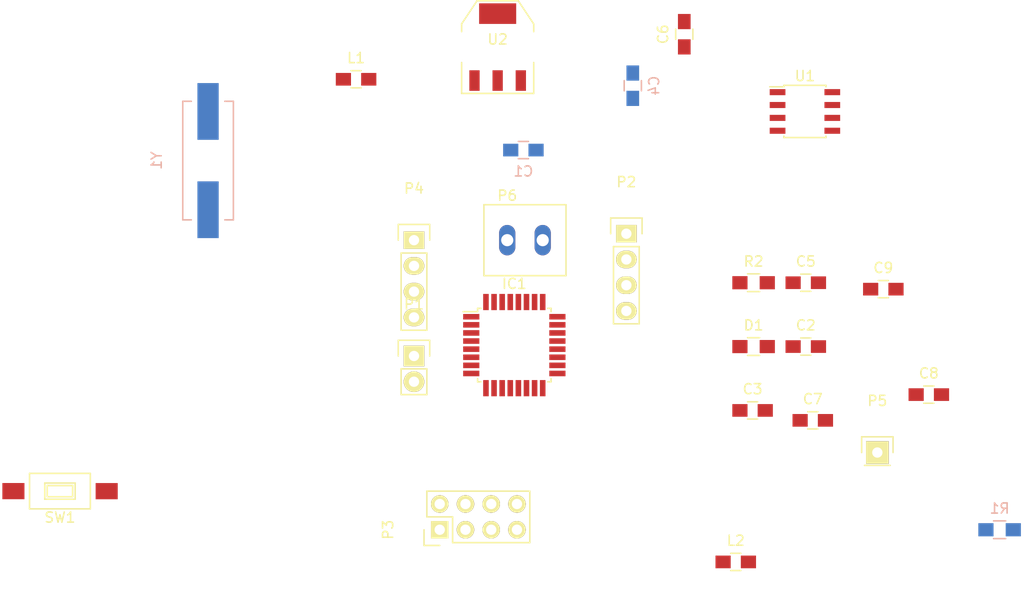
<source format=kicad_pcb>
(kicad_pcb (version 4) (host pcbnew 0.201511300701+6336~38~ubuntu15.04.1-stable)

  (general
    (links 60)
    (no_connects 60)
    (area 124.605 23.66965 204.455001 63.298333)
    (thickness 1.6)
    (drawings 4)
    (tracks 0)
    (zones 0)
    (modules 25)
    (nets 36)
  )

  (page A4)
  (layers
    (0 F.Cu signal)
    (31 B.Cu signal)
    (32 B.Adhes user)
    (33 F.Adhes user)
    (34 B.Paste user)
    (35 F.Paste user)
    (36 B.SilkS user)
    (37 F.SilkS user)
    (38 B.Mask user)
    (39 F.Mask user)
    (40 Dwgs.User user)
    (41 Cmts.User user)
    (42 Eco1.User user)
    (43 Eco2.User user)
    (44 Edge.Cuts user)
    (45 Margin user)
    (46 B.CrtYd user)
    (47 F.CrtYd user)
    (48 B.Fab user)
    (49 F.Fab user)
  )

  (setup
    (last_trace_width 0.25)
    (trace_clearance 0.2)
    (zone_clearance 0.508)
    (zone_45_only no)
    (trace_min 0.2)
    (segment_width 0.2)
    (edge_width 0.15)
    (via_size 0.6)
    (via_drill 0.4)
    (via_min_size 0.4)
    (via_min_drill 0.3)
    (uvia_size 0.3)
    (uvia_drill 0.1)
    (uvias_allowed no)
    (uvia_min_size 0.2)
    (uvia_min_drill 0.1)
    (pcb_text_width 0.3)
    (pcb_text_size 1.5 1.5)
    (mod_edge_width 0.15)
    (mod_text_size 1 1)
    (mod_text_width 0.15)
    (pad_size 1.524 1.524)
    (pad_drill 0.762)
    (pad_to_mask_clearance 0.2)
    (aux_axis_origin 0 0)
    (visible_elements FFFFFF7F)
    (pcbplotparams
      (layerselection 0x00030_80000001)
      (usegerberextensions false)
      (excludeedgelayer true)
      (linewidth 0.100000)
      (plotframeref false)
      (viasonmask false)
      (mode 1)
      (useauxorigin false)
      (hpglpennumber 1)
      (hpglpenspeed 20)
      (hpglpendiameter 15)
      (hpglpenoverlay 2)
      (psnegative false)
      (psa4output false)
      (plotreference true)
      (plotvalue true)
      (plotinvisibletext false)
      (padsonsilk false)
      (subtractmaskfromsilk false)
      (outputformat 1)
      (mirror false)
      (drillshape 1)
      (scaleselection 1)
      (outputdirectory ""))
  )

  (net 0 "")
  (net 1 +3V3)
  (net 2 GND)
  (net 3 "Net-(C2-Pad1)")
  (net 4 "Net-(C3-Pad1)")
  (net 5 "Net-(C4-Pad1)")
  (net 6 "/ATmega328P Controller/~RESET")
  (net 7 "/ATmega328P Controller/USART_DTR")
  (net 8 "Net-(C6-Pad1)")
  (net 9 "Net-(C6-Pad2)")
  (net 10 +BATT)
  (net 11 "Net-(D1-Pad2)")
  (net 12 "/ATmega328P Controller/TRIAC_ACTIVE")
  (net 13 "/ATmega328P Controller/GPO")
  (net 14 "/ATmega328P Controller/GPI")
  (net 15 "Net-(IC1-Pad10)")
  (net 16 "Net-(IC1-Pad11)")
  (net 17 "Net-(IC1-Pad12)")
  (net 18 "Net-(IC1-Pad13)")
  (net 19 "/MAX31855 Temp Sensor/MAX_~CS")
  (net 20 "/ATmega328P Controller/SPI_MOSI")
  (net 21 "/MAX31855 Temp Sensor/MAX_MISO")
  (net 22 "/MAX31855 Temp Sensor/MAX_SCK")
  (net 23 "Net-(IC1-Pad19)")
  (net 24 "Net-(IC1-Pad22)")
  (net 25 "Net-(IC1-Pad23)")
  (net 26 "Net-(IC1-Pad24)")
  (net 27 "Net-(IC1-Pad25)")
  (net 28 "Net-(IC1-Pad26)")
  (net 29 "Net-(IC1-Pad27)")
  (net 30 "Net-(IC1-Pad28)")
  (net 31 "/ATmega328P Controller/USART_RX")
  (net 32 "/ATmega328P Controller/USART_TX")
  (net 33 "/ATmega328P Controller/ZERO_CROSS")
  (net 34 "/MAX31855 Temp Sensor/TC+")
  (net 35 "/MAX31855 Temp Sensor/TC-")

  (net_class Default "This is the default net class."
    (clearance 0.2)
    (trace_width 0.25)
    (via_dia 0.6)
    (via_drill 0.4)
    (uvia_dia 0.3)
    (uvia_drill 0.1)
    (add_net +3V3)
    (add_net +BATT)
    (add_net "/ATmega328P Controller/GPI")
    (add_net "/ATmega328P Controller/GPO")
    (add_net "/ATmega328P Controller/SPI_MOSI")
    (add_net "/ATmega328P Controller/TRIAC_ACTIVE")
    (add_net "/ATmega328P Controller/USART_DTR")
    (add_net "/ATmega328P Controller/USART_RX")
    (add_net "/ATmega328P Controller/USART_TX")
    (add_net "/ATmega328P Controller/ZERO_CROSS")
    (add_net "/ATmega328P Controller/~RESET")
    (add_net "/MAX31855 Temp Sensor/MAX_MISO")
    (add_net "/MAX31855 Temp Sensor/MAX_SCK")
    (add_net "/MAX31855 Temp Sensor/MAX_~CS")
    (add_net "/MAX31855 Temp Sensor/TC+")
    (add_net "/MAX31855 Temp Sensor/TC-")
    (add_net GND)
    (add_net "Net-(C2-Pad1)")
    (add_net "Net-(C3-Pad1)")
    (add_net "Net-(C4-Pad1)")
    (add_net "Net-(C6-Pad1)")
    (add_net "Net-(C6-Pad2)")
    (add_net "Net-(D1-Pad2)")
    (add_net "Net-(IC1-Pad10)")
    (add_net "Net-(IC1-Pad11)")
    (add_net "Net-(IC1-Pad12)")
    (add_net "Net-(IC1-Pad13)")
    (add_net "Net-(IC1-Pad19)")
    (add_net "Net-(IC1-Pad22)")
    (add_net "Net-(IC1-Pad23)")
    (add_net "Net-(IC1-Pad24)")
    (add_net "Net-(IC1-Pad25)")
    (add_net "Net-(IC1-Pad26)")
    (add_net "Net-(IC1-Pad27)")
    (add_net "Net-(IC1-Pad28)")
  )

  (module Capacitors_SMD:C_0805_HandSoldering (layer B.Cu) (tedit 541A9B8D) (tstamp 56540EF7)
    (at 161.925 30.48)
    (descr "Capacitor SMD 0805, hand soldering")
    (tags "capacitor 0805")
    (path /56450DBB/564A2794)
    (attr smd)
    (fp_text reference C1 (at 0 2.1) (layer B.SilkS)
      (effects (font (size 1 1) (thickness 0.15)) (justify mirror))
    )
    (fp_text value 0.1uF (at 0 -2.1) (layer B.Fab)
      (effects (font (size 1 1) (thickness 0.15)) (justify mirror))
    )
    (fp_line (start -2.3 1) (end 2.3 1) (layer B.CrtYd) (width 0.05))
    (fp_line (start -2.3 -1) (end 2.3 -1) (layer B.CrtYd) (width 0.05))
    (fp_line (start -2.3 1) (end -2.3 -1) (layer B.CrtYd) (width 0.05))
    (fp_line (start 2.3 1) (end 2.3 -1) (layer B.CrtYd) (width 0.05))
    (fp_line (start 0.5 0.85) (end -0.5 0.85) (layer B.SilkS) (width 0.15))
    (fp_line (start -0.5 -0.85) (end 0.5 -0.85) (layer B.SilkS) (width 0.15))
    (pad 1 smd rect (at -1.25 0) (size 1.5 1.25) (layers B.Cu B.Paste B.Mask)
      (net 1 +3V3))
    (pad 2 smd rect (at 1.25 0) (size 1.5 1.25) (layers B.Cu B.Paste B.Mask)
      (net 2 GND))
    (model Capacitors_SMD.3dshapes/C_0805_HandSoldering.wrl
      (at (xyz 0 0 0))
      (scale (xyz 1 1 1))
      (rotate (xyz 0 0 0))
    )
  )

  (module Capacitors_SMD:C_0805_HandSoldering (layer F.Cu) (tedit 541A9B8D) (tstamp 56540F03)
    (at 189.790001 49.87)
    (descr "Capacitor SMD 0805, hand soldering")
    (tags "capacitor 0805")
    (path /56450DBB/564A2E83)
    (attr smd)
    (fp_text reference C2 (at 0 -2.1) (layer F.SilkS)
      (effects (font (size 1 1) (thickness 0.15)))
    )
    (fp_text value 18pF (at 0 2.1) (layer F.Fab)
      (effects (font (size 1 1) (thickness 0.15)))
    )
    (fp_line (start -2.3 -1) (end 2.3 -1) (layer F.CrtYd) (width 0.05))
    (fp_line (start -2.3 1) (end 2.3 1) (layer F.CrtYd) (width 0.05))
    (fp_line (start -2.3 -1) (end -2.3 1) (layer F.CrtYd) (width 0.05))
    (fp_line (start 2.3 -1) (end 2.3 1) (layer F.CrtYd) (width 0.05))
    (fp_line (start 0.5 -0.85) (end -0.5 -0.85) (layer F.SilkS) (width 0.15))
    (fp_line (start -0.5 0.85) (end 0.5 0.85) (layer F.SilkS) (width 0.15))
    (pad 1 smd rect (at -1.25 0) (size 1.5 1.25) (layers F.Cu F.Paste F.Mask)
      (net 3 "Net-(C2-Pad1)"))
    (pad 2 smd rect (at 1.25 0) (size 1.5 1.25) (layers F.Cu F.Paste F.Mask)
      (net 2 GND))
    (model Capacitors_SMD.3dshapes/C_0805_HandSoldering.wrl
      (at (xyz 0 0 0))
      (scale (xyz 1 1 1))
      (rotate (xyz 0 0 0))
    )
  )

  (module Capacitors_SMD:C_0805_HandSoldering (layer F.Cu) (tedit 541A9B8D) (tstamp 56540F0F)
    (at 184.540001 56.17)
    (descr "Capacitor SMD 0805, hand soldering")
    (tags "capacitor 0805")
    (path /56450DBB/564A2125)
    (attr smd)
    (fp_text reference C3 (at 0 -2.1) (layer F.SilkS)
      (effects (font (size 1 1) (thickness 0.15)))
    )
    (fp_text value 0.1uF (at 0 2.1) (layer F.Fab)
      (effects (font (size 1 1) (thickness 0.15)))
    )
    (fp_line (start -2.3 -1) (end 2.3 -1) (layer F.CrtYd) (width 0.05))
    (fp_line (start -2.3 1) (end 2.3 1) (layer F.CrtYd) (width 0.05))
    (fp_line (start -2.3 -1) (end -2.3 1) (layer F.CrtYd) (width 0.05))
    (fp_line (start 2.3 -1) (end 2.3 1) (layer F.CrtYd) (width 0.05))
    (fp_line (start 0.5 -0.85) (end -0.5 -0.85) (layer F.SilkS) (width 0.15))
    (fp_line (start -0.5 0.85) (end 0.5 0.85) (layer F.SilkS) (width 0.15))
    (pad 1 smd rect (at -1.25 0) (size 1.5 1.25) (layers F.Cu F.Paste F.Mask)
      (net 4 "Net-(C3-Pad1)"))
    (pad 2 smd rect (at 1.25 0) (size 1.5 1.25) (layers F.Cu F.Paste F.Mask)
      (net 2 GND))
    (model Capacitors_SMD.3dshapes/C_0805_HandSoldering.wrl
      (at (xyz 0 0 0))
      (scale (xyz 1 1 1))
      (rotate (xyz 0 0 0))
    )
  )

  (module Capacitors_SMD:C_0805_HandSoldering (layer B.Cu) (tedit 541A9B8D) (tstamp 56540F1B)
    (at 172.72 24.13 90)
    (descr "Capacitor SMD 0805, hand soldering")
    (tags "capacitor 0805")
    (path /56450DBB/564A33AB)
    (attr smd)
    (fp_text reference C4 (at 0 2.1 90) (layer B.SilkS)
      (effects (font (size 1 1) (thickness 0.15)) (justify mirror))
    )
    (fp_text value 18pF (at 0 -2.1 90) (layer B.Fab)
      (effects (font (size 1 1) (thickness 0.15)) (justify mirror))
    )
    (fp_line (start -2.3 1) (end 2.3 1) (layer B.CrtYd) (width 0.05))
    (fp_line (start -2.3 -1) (end 2.3 -1) (layer B.CrtYd) (width 0.05))
    (fp_line (start -2.3 1) (end -2.3 -1) (layer B.CrtYd) (width 0.05))
    (fp_line (start 2.3 1) (end 2.3 -1) (layer B.CrtYd) (width 0.05))
    (fp_line (start 0.5 0.85) (end -0.5 0.85) (layer B.SilkS) (width 0.15))
    (fp_line (start -0.5 -0.85) (end 0.5 -0.85) (layer B.SilkS) (width 0.15))
    (pad 1 smd rect (at -1.25 0 90) (size 1.5 1.25) (layers B.Cu B.Paste B.Mask)
      (net 5 "Net-(C4-Pad1)"))
    (pad 2 smd rect (at 1.25 0 90) (size 1.5 1.25) (layers B.Cu B.Paste B.Mask)
      (net 2 GND))
    (model Capacitors_SMD.3dshapes/C_0805_HandSoldering.wrl
      (at (xyz 0 0 0))
      (scale (xyz 1 1 1))
      (rotate (xyz 0 0 0))
    )
  )

  (module Capacitors_SMD:C_0805_HandSoldering (layer F.Cu) (tedit 541A9B8D) (tstamp 56540F27)
    (at 189.790001 43.57)
    (descr "Capacitor SMD 0805, hand soldering")
    (tags "capacitor 0805")
    (path /56450DBB/564B00F4)
    (attr smd)
    (fp_text reference C5 (at 0 -2.1) (layer F.SilkS)
      (effects (font (size 1 1) (thickness 0.15)))
    )
    (fp_text value 0.1uF (at 0 2.1) (layer F.Fab)
      (effects (font (size 1 1) (thickness 0.15)))
    )
    (fp_line (start -2.3 -1) (end 2.3 -1) (layer F.CrtYd) (width 0.05))
    (fp_line (start -2.3 1) (end 2.3 1) (layer F.CrtYd) (width 0.05))
    (fp_line (start -2.3 -1) (end -2.3 1) (layer F.CrtYd) (width 0.05))
    (fp_line (start 2.3 -1) (end 2.3 1) (layer F.CrtYd) (width 0.05))
    (fp_line (start 0.5 -0.85) (end -0.5 -0.85) (layer F.SilkS) (width 0.15))
    (fp_line (start -0.5 0.85) (end 0.5 0.85) (layer F.SilkS) (width 0.15))
    (pad 1 smd rect (at -1.25 0) (size 1.5 1.25) (layers F.Cu F.Paste F.Mask)
      (net 6 "/ATmega328P Controller/~RESET"))
    (pad 2 smd rect (at 1.25 0) (size 1.5 1.25) (layers F.Cu F.Paste F.Mask)
      (net 7 "/ATmega328P Controller/USART_DTR"))
    (model Capacitors_SMD.3dshapes/C_0805_HandSoldering.wrl
      (at (xyz 0 0 0))
      (scale (xyz 1 1 1))
      (rotate (xyz 0 0 0))
    )
  )

  (module Capacitors_SMD:C_0805_HandSoldering (layer F.Cu) (tedit 541A9B8D) (tstamp 56540F33)
    (at 177.8 19.05 90)
    (descr "Capacitor SMD 0805, hand soldering")
    (tags "capacitor 0805")
    (path /56450D3A/564BAB96)
    (attr smd)
    (fp_text reference C6 (at 0 -2.1 90) (layer F.SilkS)
      (effects (font (size 1 1) (thickness 0.15)))
    )
    (fp_text value 10nF (at 0 2.1 90) (layer F.Fab)
      (effects (font (size 1 1) (thickness 0.15)))
    )
    (fp_line (start -2.3 -1) (end 2.3 -1) (layer F.CrtYd) (width 0.05))
    (fp_line (start -2.3 1) (end 2.3 1) (layer F.CrtYd) (width 0.05))
    (fp_line (start -2.3 -1) (end -2.3 1) (layer F.CrtYd) (width 0.05))
    (fp_line (start 2.3 -1) (end 2.3 1) (layer F.CrtYd) (width 0.05))
    (fp_line (start 0.5 -0.85) (end -0.5 -0.85) (layer F.SilkS) (width 0.15))
    (fp_line (start -0.5 0.85) (end 0.5 0.85) (layer F.SilkS) (width 0.15))
    (pad 1 smd rect (at -1.25 0 90) (size 1.5 1.25) (layers F.Cu F.Paste F.Mask)
      (net 8 "Net-(C6-Pad1)"))
    (pad 2 smd rect (at 1.25 0 90) (size 1.5 1.25) (layers F.Cu F.Paste F.Mask)
      (net 9 "Net-(C6-Pad2)"))
    (model Capacitors_SMD.3dshapes/C_0805_HandSoldering.wrl
      (at (xyz 0 0 0))
      (scale (xyz 1 1 1))
      (rotate (xyz 0 0 0))
    )
  )

  (module Capacitors_SMD:C_0805_HandSoldering (layer F.Cu) (tedit 541A9B8D) (tstamp 56540F3F)
    (at 190.48 57.15)
    (descr "Capacitor SMD 0805, hand soldering")
    (tags "capacitor 0805")
    (path /56450D3A/564BB456)
    (attr smd)
    (fp_text reference C7 (at 0 -2.1) (layer F.SilkS)
      (effects (font (size 1 1) (thickness 0.15)))
    )
    (fp_text value 0.1uF (at 0 2.1) (layer F.Fab)
      (effects (font (size 1 1) (thickness 0.15)))
    )
    (fp_line (start -2.3 -1) (end 2.3 -1) (layer F.CrtYd) (width 0.05))
    (fp_line (start -2.3 1) (end 2.3 1) (layer F.CrtYd) (width 0.05))
    (fp_line (start -2.3 -1) (end -2.3 1) (layer F.CrtYd) (width 0.05))
    (fp_line (start 2.3 -1) (end 2.3 1) (layer F.CrtYd) (width 0.05))
    (fp_line (start 0.5 -0.85) (end -0.5 -0.85) (layer F.SilkS) (width 0.15))
    (fp_line (start -0.5 0.85) (end 0.5 0.85) (layer F.SilkS) (width 0.15))
    (pad 1 smd rect (at -1.25 0) (size 1.5 1.25) (layers F.Cu F.Paste F.Mask)
      (net 1 +3V3))
    (pad 2 smd rect (at 1.25 0) (size 1.5 1.25) (layers F.Cu F.Paste F.Mask)
      (net 2 GND))
    (model Capacitors_SMD.3dshapes/C_0805_HandSoldering.wrl
      (at (xyz 0 0 0))
      (scale (xyz 1 1 1))
      (rotate (xyz 0 0 0))
    )
  )

  (module Capacitors_SMD:C_0805_HandSoldering (layer F.Cu) (tedit 541A9B8D) (tstamp 56540F4B)
    (at 201.93 54.61)
    (descr "Capacitor SMD 0805, hand soldering")
    (tags "capacitor 0805")
    (path /564DC657/564E0063)
    (attr smd)
    (fp_text reference C8 (at 0 -2.1) (layer F.SilkS)
      (effects (font (size 1 1) (thickness 0.15)))
    )
    (fp_text value 4.7uF (at 0 2.1) (layer F.Fab)
      (effects (font (size 1 1) (thickness 0.15)))
    )
    (fp_line (start -2.3 -1) (end 2.3 -1) (layer F.CrtYd) (width 0.05))
    (fp_line (start -2.3 1) (end 2.3 1) (layer F.CrtYd) (width 0.05))
    (fp_line (start -2.3 -1) (end -2.3 1) (layer F.CrtYd) (width 0.05))
    (fp_line (start 2.3 -1) (end 2.3 1) (layer F.CrtYd) (width 0.05))
    (fp_line (start 0.5 -0.85) (end -0.5 -0.85) (layer F.SilkS) (width 0.15))
    (fp_line (start -0.5 0.85) (end 0.5 0.85) (layer F.SilkS) (width 0.15))
    (pad 1 smd rect (at -1.25 0) (size 1.5 1.25) (layers F.Cu F.Paste F.Mask)
      (net 10 +BATT))
    (pad 2 smd rect (at 1.25 0) (size 1.5 1.25) (layers F.Cu F.Paste F.Mask)
      (net 2 GND))
    (model Capacitors_SMD.3dshapes/C_0805_HandSoldering.wrl
      (at (xyz 0 0 0))
      (scale (xyz 1 1 1))
      (rotate (xyz 0 0 0))
    )
  )

  (module Capacitors_SMD:C_0805_HandSoldering (layer F.Cu) (tedit 541A9B8D) (tstamp 56540F57)
    (at 197.440001 44.205)
    (descr "Capacitor SMD 0805, hand soldering")
    (tags "capacitor 0805")
    (path /564DC657/564DFFBA)
    (attr smd)
    (fp_text reference C9 (at 0 -2.1) (layer F.SilkS)
      (effects (font (size 1 1) (thickness 0.15)))
    )
    (fp_text value 4.7uF (at 0 2.1) (layer F.Fab)
      (effects (font (size 1 1) (thickness 0.15)))
    )
    (fp_line (start -2.3 -1) (end 2.3 -1) (layer F.CrtYd) (width 0.05))
    (fp_line (start -2.3 1) (end 2.3 1) (layer F.CrtYd) (width 0.05))
    (fp_line (start -2.3 -1) (end -2.3 1) (layer F.CrtYd) (width 0.05))
    (fp_line (start 2.3 -1) (end 2.3 1) (layer F.CrtYd) (width 0.05))
    (fp_line (start 0.5 -0.85) (end -0.5 -0.85) (layer F.SilkS) (width 0.15))
    (fp_line (start -0.5 0.85) (end 0.5 0.85) (layer F.SilkS) (width 0.15))
    (pad 1 smd rect (at -1.25 0) (size 1.5 1.25) (layers F.Cu F.Paste F.Mask)
      (net 1 +3V3))
    (pad 2 smd rect (at 1.25 0) (size 1.5 1.25) (layers F.Cu F.Paste F.Mask)
      (net 2 GND))
    (model Capacitors_SMD.3dshapes/C_0805_HandSoldering.wrl
      (at (xyz 0 0 0))
      (scale (xyz 1 1 1))
      (rotate (xyz 0 0 0))
    )
  )

  (module Resistors_SMD:R_0805_HandSoldering (layer F.Cu) (tedit 54189DEE) (tstamp 56540F5D)
    (at 184.640001 49.87)
    (descr "Resistor SMD 0805, hand soldering")
    (tags "resistor 0805")
    (path /56450DBB/564A5320)
    (attr smd)
    (fp_text reference D1 (at 0 -2.1) (layer F.SilkS)
      (effects (font (size 1 1) (thickness 0.15)))
    )
    (fp_text value GRN (at 0 2.1) (layer F.Fab)
      (effects (font (size 1 1) (thickness 0.15)))
    )
    (fp_line (start -2.4 -1) (end 2.4 -1) (layer F.CrtYd) (width 0.05))
    (fp_line (start -2.4 1) (end 2.4 1) (layer F.CrtYd) (width 0.05))
    (fp_line (start -2.4 -1) (end -2.4 1) (layer F.CrtYd) (width 0.05))
    (fp_line (start 2.4 -1) (end 2.4 1) (layer F.CrtYd) (width 0.05))
    (fp_line (start 0.6 0.875) (end -0.6 0.875) (layer F.SilkS) (width 0.15))
    (fp_line (start -0.6 -0.875) (end 0.6 -0.875) (layer F.SilkS) (width 0.15))
    (pad 1 smd rect (at -1.35 0) (size 1.5 1.3) (layers F.Cu F.Paste F.Mask)
      (net 2 GND))
    (pad 2 smd rect (at 1.35 0) (size 1.5 1.3) (layers F.Cu F.Paste F.Mask)
      (net 11 "Net-(D1-Pad2)"))
    (model Resistors_SMD.3dshapes/R_0805_HandSoldering.wrl
      (at (xyz 0 0 0))
      (scale (xyz 1 1 1))
      (rotate (xyz 0 0 0))
    )
  )

  (module Housings_QFP:TQFP-32_7x7mm_Pitch0.8mm (layer F.Cu) (tedit 54130A77) (tstamp 56540F8E)
    (at 161.03 49.725)
    (descr "32-Lead Plastic Thin Quad Flatpack (PT) - 7x7x1.0 mm Body, 2.00 mm [TQFP] (see Microchip Packaging Specification 00000049BS.pdf)")
    (tags "QFP 0.8")
    (path /56450DBB/5654C37A)
    (attr smd)
    (fp_text reference IC1 (at 0 -6.05) (layer F.SilkS)
      (effects (font (size 1 1) (thickness 0.15)))
    )
    (fp_text value ATMEGA328P-A (at 0 6.05) (layer F.Fab)
      (effects (font (size 1 1) (thickness 0.15)))
    )
    (fp_line (start -5.3 -5.3) (end -5.3 5.3) (layer F.CrtYd) (width 0.05))
    (fp_line (start 5.3 -5.3) (end 5.3 5.3) (layer F.CrtYd) (width 0.05))
    (fp_line (start -5.3 -5.3) (end 5.3 -5.3) (layer F.CrtYd) (width 0.05))
    (fp_line (start -5.3 5.3) (end 5.3 5.3) (layer F.CrtYd) (width 0.05))
    (fp_line (start -3.625 -3.625) (end -3.625 -3.3) (layer F.SilkS) (width 0.15))
    (fp_line (start 3.625 -3.625) (end 3.625 -3.3) (layer F.SilkS) (width 0.15))
    (fp_line (start 3.625 3.625) (end 3.625 3.3) (layer F.SilkS) (width 0.15))
    (fp_line (start -3.625 3.625) (end -3.625 3.3) (layer F.SilkS) (width 0.15))
    (fp_line (start -3.625 -3.625) (end -3.3 -3.625) (layer F.SilkS) (width 0.15))
    (fp_line (start -3.625 3.625) (end -3.3 3.625) (layer F.SilkS) (width 0.15))
    (fp_line (start 3.625 3.625) (end 3.3 3.625) (layer F.SilkS) (width 0.15))
    (fp_line (start 3.625 -3.625) (end 3.3 -3.625) (layer F.SilkS) (width 0.15))
    (fp_line (start -3.625 -3.3) (end -5.05 -3.3) (layer F.SilkS) (width 0.15))
    (pad 1 smd rect (at -4.25 -2.8) (size 1.6 0.55) (layers F.Cu F.Paste F.Mask)
      (net 12 "/ATmega328P Controller/TRIAC_ACTIVE"))
    (pad 2 smd rect (at -4.25 -2) (size 1.6 0.55) (layers F.Cu F.Paste F.Mask)
      (net 13 "/ATmega328P Controller/GPO"))
    (pad 3 smd rect (at -4.25 -1.2) (size 1.6 0.55) (layers F.Cu F.Paste F.Mask)
      (net 2 GND))
    (pad 4 smd rect (at -4.25 -0.4) (size 1.6 0.55) (layers F.Cu F.Paste F.Mask)
      (net 1 +3V3))
    (pad 5 smd rect (at -4.25 0.4) (size 1.6 0.55) (layers F.Cu F.Paste F.Mask)
      (net 2 GND))
    (pad 6 smd rect (at -4.25 1.2) (size 1.6 0.55) (layers F.Cu F.Paste F.Mask)
      (net 1 +3V3))
    (pad 7 smd rect (at -4.25 2) (size 1.6 0.55) (layers F.Cu F.Paste F.Mask)
      (net 3 "Net-(C2-Pad1)"))
    (pad 8 smd rect (at -4.25 2.8) (size 1.6 0.55) (layers F.Cu F.Paste F.Mask)
      (net 5 "Net-(C4-Pad1)"))
    (pad 9 smd rect (at -2.8 4.25 90) (size 1.6 0.55) (layers F.Cu F.Paste F.Mask)
      (net 14 "/ATmega328P Controller/GPI"))
    (pad 10 smd rect (at -2 4.25 90) (size 1.6 0.55) (layers F.Cu F.Paste F.Mask)
      (net 15 "Net-(IC1-Pad10)"))
    (pad 11 smd rect (at -1.2 4.25 90) (size 1.6 0.55) (layers F.Cu F.Paste F.Mask)
      (net 16 "Net-(IC1-Pad11)"))
    (pad 12 smd rect (at -0.4 4.25 90) (size 1.6 0.55) (layers F.Cu F.Paste F.Mask)
      (net 17 "Net-(IC1-Pad12)"))
    (pad 13 smd rect (at 0.4 4.25 90) (size 1.6 0.55) (layers F.Cu F.Paste F.Mask)
      (net 18 "Net-(IC1-Pad13)"))
    (pad 14 smd rect (at 1.2 4.25 90) (size 1.6 0.55) (layers F.Cu F.Paste F.Mask)
      (net 19 "/MAX31855 Temp Sensor/MAX_~CS"))
    (pad 15 smd rect (at 2 4.25 90) (size 1.6 0.55) (layers F.Cu F.Paste F.Mask)
      (net 20 "/ATmega328P Controller/SPI_MOSI"))
    (pad 16 smd rect (at 2.8 4.25 90) (size 1.6 0.55) (layers F.Cu F.Paste F.Mask)
      (net 21 "/MAX31855 Temp Sensor/MAX_MISO"))
    (pad 17 smd rect (at 4.25 2.8) (size 1.6 0.55) (layers F.Cu F.Paste F.Mask)
      (net 22 "/MAX31855 Temp Sensor/MAX_SCK"))
    (pad 18 smd rect (at 4.25 2) (size 1.6 0.55) (layers F.Cu F.Paste F.Mask)
      (net 1 +3V3))
    (pad 19 smd rect (at 4.25 1.2) (size 1.6 0.55) (layers F.Cu F.Paste F.Mask)
      (net 23 "Net-(IC1-Pad19)"))
    (pad 20 smd rect (at 4.25 0.4) (size 1.6 0.55) (layers F.Cu F.Paste F.Mask)
      (net 4 "Net-(C3-Pad1)"))
    (pad 21 smd rect (at 4.25 -0.4) (size 1.6 0.55) (layers F.Cu F.Paste F.Mask)
      (net 2 GND))
    (pad 22 smd rect (at 4.25 -1.2) (size 1.6 0.55) (layers F.Cu F.Paste F.Mask)
      (net 24 "Net-(IC1-Pad22)"))
    (pad 23 smd rect (at 4.25 -2) (size 1.6 0.55) (layers F.Cu F.Paste F.Mask)
      (net 25 "Net-(IC1-Pad23)"))
    (pad 24 smd rect (at 4.25 -2.8) (size 1.6 0.55) (layers F.Cu F.Paste F.Mask)
      (net 26 "Net-(IC1-Pad24)"))
    (pad 25 smd rect (at 2.8 -4.25 90) (size 1.6 0.55) (layers F.Cu F.Paste F.Mask)
      (net 27 "Net-(IC1-Pad25)"))
    (pad 26 smd rect (at 2 -4.25 90) (size 1.6 0.55) (layers F.Cu F.Paste F.Mask)
      (net 28 "Net-(IC1-Pad26)"))
    (pad 27 smd rect (at 1.2 -4.25 90) (size 1.6 0.55) (layers F.Cu F.Paste F.Mask)
      (net 29 "Net-(IC1-Pad27)"))
    (pad 28 smd rect (at 0.4 -4.25 90) (size 1.6 0.55) (layers F.Cu F.Paste F.Mask)
      (net 30 "Net-(IC1-Pad28)"))
    (pad 29 smd rect (at -0.4 -4.25 90) (size 1.6 0.55) (layers F.Cu F.Paste F.Mask)
      (net 6 "/ATmega328P Controller/~RESET"))
    (pad 30 smd rect (at -1.2 -4.25 90) (size 1.6 0.55) (layers F.Cu F.Paste F.Mask)
      (net 31 "/ATmega328P Controller/USART_RX"))
    (pad 31 smd rect (at -2 -4.25 90) (size 1.6 0.55) (layers F.Cu F.Paste F.Mask)
      (net 32 "/ATmega328P Controller/USART_TX"))
    (pad 32 smd rect (at -2.8 -4.25 90) (size 1.6 0.55) (layers F.Cu F.Paste F.Mask)
      (net 33 "/ATmega328P Controller/ZERO_CROSS"))
    (model Housings_QFP.3dshapes/TQFP-32_7x7mm_Pitch0.8mm.wrl
      (at (xyz 0 0 0))
      (scale (xyz 1 1 1))
      (rotate (xyz 0 0 0))
    )
  )

  (module Capacitors_SMD:C_0805_HandSoldering (layer F.Cu) (tedit 541A9B8D) (tstamp 56540F9A)
    (at 145.415 23.495)
    (descr "Capacitor SMD 0805, hand soldering")
    (tags "capacitor 0805")
    (path /56450D3A/564BAB3D)
    (attr smd)
    (fp_text reference L1 (at 0 -2.1) (layer F.SilkS)
      (effects (font (size 1 1) (thickness 0.15)))
    )
    (fp_text value INDUCTOR (at 0 2.1) (layer F.Fab)
      (effects (font (size 1 1) (thickness 0.15)))
    )
    (fp_line (start -2.3 -1) (end 2.3 -1) (layer F.CrtYd) (width 0.05))
    (fp_line (start -2.3 1) (end 2.3 1) (layer F.CrtYd) (width 0.05))
    (fp_line (start -2.3 -1) (end -2.3 1) (layer F.CrtYd) (width 0.05))
    (fp_line (start 2.3 -1) (end 2.3 1) (layer F.CrtYd) (width 0.05))
    (fp_line (start 0.5 -0.85) (end -0.5 -0.85) (layer F.SilkS) (width 0.15))
    (fp_line (start -0.5 0.85) (end 0.5 0.85) (layer F.SilkS) (width 0.15))
    (pad 1 smd rect (at -1.25 0) (size 1.5 1.25) (layers F.Cu F.Paste F.Mask)
      (net 8 "Net-(C6-Pad1)"))
    (pad 2 smd rect (at 1.25 0) (size 1.5 1.25) (layers F.Cu F.Paste F.Mask)
      (net 34 "/MAX31855 Temp Sensor/TC+"))
    (model Capacitors_SMD.3dshapes/C_0805_HandSoldering.wrl
      (at (xyz 0 0 0))
      (scale (xyz 1 1 1))
      (rotate (xyz 0 0 0))
    )
  )

  (module Capacitors_SMD:C_0805_HandSoldering (layer F.Cu) (tedit 541A9B8D) (tstamp 56540FA6)
    (at 182.88 71.12)
    (descr "Capacitor SMD 0805, hand soldering")
    (tags "capacitor 0805")
    (path /56450D3A/564BB062)
    (attr smd)
    (fp_text reference L2 (at 0 -2.1) (layer F.SilkS)
      (effects (font (size 1 1) (thickness 0.15)))
    )
    (fp_text value INDUCTOR (at 0 2.1) (layer F.Fab)
      (effects (font (size 1 1) (thickness 0.15)))
    )
    (fp_line (start -2.3 -1) (end 2.3 -1) (layer F.CrtYd) (width 0.05))
    (fp_line (start -2.3 1) (end 2.3 1) (layer F.CrtYd) (width 0.05))
    (fp_line (start -2.3 -1) (end -2.3 1) (layer F.CrtYd) (width 0.05))
    (fp_line (start 2.3 -1) (end 2.3 1) (layer F.CrtYd) (width 0.05))
    (fp_line (start 0.5 -0.85) (end -0.5 -0.85) (layer F.SilkS) (width 0.15))
    (fp_line (start -0.5 0.85) (end 0.5 0.85) (layer F.SilkS) (width 0.15))
    (pad 1 smd rect (at -1.25 0) (size 1.5 1.25) (layers F.Cu F.Paste F.Mask)
      (net 9 "Net-(C6-Pad2)"))
    (pad 2 smd rect (at 1.25 0) (size 1.5 1.25) (layers F.Cu F.Paste F.Mask)
      (net 35 "/MAX31855 Temp Sensor/TC-"))
    (model Capacitors_SMD.3dshapes/C_0805_HandSoldering.wrl
      (at (xyz 0 0 0))
      (scale (xyz 1 1 1))
      (rotate (xyz 0 0 0))
    )
  )

  (module Pin_Headers:Pin_Header_Straight_1x02 (layer F.Cu) (tedit 54EA090C) (tstamp 56540FB7)
    (at 151.13 50.8)
    (descr "Through hole pin header")
    (tags "pin header")
    (path /564D65A7)
    (fp_text reference P1 (at 0 -5.1) (layer F.SilkS)
      (effects (font (size 1 1) (thickness 0.15)))
    )
    (fp_text value ICSP_POWER (at 0 -3.1) (layer F.Fab)
      (effects (font (size 1 1) (thickness 0.15)))
    )
    (fp_line (start 1.27 1.27) (end 1.27 3.81) (layer F.SilkS) (width 0.15))
    (fp_line (start 1.55 -1.55) (end 1.55 0) (layer F.SilkS) (width 0.15))
    (fp_line (start -1.75 -1.75) (end -1.75 4.3) (layer F.CrtYd) (width 0.05))
    (fp_line (start 1.75 -1.75) (end 1.75 4.3) (layer F.CrtYd) (width 0.05))
    (fp_line (start -1.75 -1.75) (end 1.75 -1.75) (layer F.CrtYd) (width 0.05))
    (fp_line (start -1.75 4.3) (end 1.75 4.3) (layer F.CrtYd) (width 0.05))
    (fp_line (start 1.27 1.27) (end -1.27 1.27) (layer F.SilkS) (width 0.15))
    (fp_line (start -1.55 0) (end -1.55 -1.55) (layer F.SilkS) (width 0.15))
    (fp_line (start -1.55 -1.55) (end 1.55 -1.55) (layer F.SilkS) (width 0.15))
    (fp_line (start -1.27 1.27) (end -1.27 3.81) (layer F.SilkS) (width 0.15))
    (fp_line (start -1.27 3.81) (end 1.27 3.81) (layer F.SilkS) (width 0.15))
    (pad 1 thru_hole rect (at 0 0) (size 2.032 2.032) (drill 1.016) (layers *.Cu *.Mask F.SilkS)
      (net 1 +3V3))
    (pad 2 thru_hole oval (at 0 2.54) (size 2.032 2.032) (drill 1.016) (layers *.Cu *.Mask F.SilkS)
      (net 2 GND))
    (model Pin_Headers.3dshapes/Pin_Header_Straight_1x02.wrl
      (at (xyz 0 -0.05 0))
      (scale (xyz 1 1 1))
      (rotate (xyz 0 0 90))
    )
  )

  (module Pin_Headers:Pin_Header_Straight_1x04 (layer F.Cu) (tedit 0) (tstamp 56540FCA)
    (at 172.085 38.735)
    (descr "Through hole pin header")
    (tags "pin header")
    (path /56450F83)
    (fp_text reference P2 (at 0 -5.1) (layer F.SilkS)
      (effects (font (size 1 1) (thickness 0.15)))
    )
    (fp_text value OVEN_GPIO (at 0 -3.1) (layer F.Fab)
      (effects (font (size 1 1) (thickness 0.15)))
    )
    (fp_line (start -1.75 -1.75) (end -1.75 9.4) (layer F.CrtYd) (width 0.05))
    (fp_line (start 1.75 -1.75) (end 1.75 9.4) (layer F.CrtYd) (width 0.05))
    (fp_line (start -1.75 -1.75) (end 1.75 -1.75) (layer F.CrtYd) (width 0.05))
    (fp_line (start -1.75 9.4) (end 1.75 9.4) (layer F.CrtYd) (width 0.05))
    (fp_line (start -1.27 1.27) (end -1.27 8.89) (layer F.SilkS) (width 0.15))
    (fp_line (start 1.27 1.27) (end 1.27 8.89) (layer F.SilkS) (width 0.15))
    (fp_line (start 1.55 -1.55) (end 1.55 0) (layer F.SilkS) (width 0.15))
    (fp_line (start -1.27 8.89) (end 1.27 8.89) (layer F.SilkS) (width 0.15))
    (fp_line (start 1.27 1.27) (end -1.27 1.27) (layer F.SilkS) (width 0.15))
    (fp_line (start -1.55 0) (end -1.55 -1.55) (layer F.SilkS) (width 0.15))
    (fp_line (start -1.55 -1.55) (end 1.55 -1.55) (layer F.SilkS) (width 0.15))
    (pad 1 thru_hole rect (at 0 0) (size 2.032 1.7272) (drill 1.016) (layers *.Cu *.Mask F.SilkS)
      (net 2 GND))
    (pad 2 thru_hole oval (at 0 2.54) (size 2.032 1.7272) (drill 1.016) (layers *.Cu *.Mask F.SilkS)
      (net 1 +3V3))
    (pad 3 thru_hole oval (at 0 5.08) (size 2.032 1.7272) (drill 1.016) (layers *.Cu *.Mask F.SilkS)
      (net 33 "/ATmega328P Controller/ZERO_CROSS"))
    (pad 4 thru_hole oval (at 0 7.62) (size 2.032 1.7272) (drill 1.016) (layers *.Cu *.Mask F.SilkS)
      (net 12 "/ATmega328P Controller/TRIAC_ACTIVE"))
    (model Pin_Headers.3dshapes/Pin_Header_Straight_1x04.wrl
      (at (xyz 0 -0.15 0))
      (scale (xyz 1 1 1))
      (rotate (xyz 0 0 90))
    )
  )

  (module Pin_Headers:Pin_Header_Straight_2x04 (layer F.Cu) (tedit 0) (tstamp 56540FE2)
    (at 153.67 67.945 90)
    (descr "Through hole pin header")
    (tags "pin header")
    (path /56450EE0)
    (fp_text reference P3 (at 0 -5.1 90) (layer F.SilkS)
      (effects (font (size 1 1) (thickness 0.15)))
    )
    (fp_text value ESP8266 (at 0 -3.1 90) (layer F.Fab)
      (effects (font (size 1 1) (thickness 0.15)))
    )
    (fp_line (start -1.75 -1.75) (end -1.75 9.4) (layer F.CrtYd) (width 0.05))
    (fp_line (start 4.3 -1.75) (end 4.3 9.4) (layer F.CrtYd) (width 0.05))
    (fp_line (start -1.75 -1.75) (end 4.3 -1.75) (layer F.CrtYd) (width 0.05))
    (fp_line (start -1.75 9.4) (end 4.3 9.4) (layer F.CrtYd) (width 0.05))
    (fp_line (start -1.27 1.27) (end -1.27 8.89) (layer F.SilkS) (width 0.15))
    (fp_line (start -1.27 8.89) (end 3.81 8.89) (layer F.SilkS) (width 0.15))
    (fp_line (start 3.81 8.89) (end 3.81 -1.27) (layer F.SilkS) (width 0.15))
    (fp_line (start 3.81 -1.27) (end 1.27 -1.27) (layer F.SilkS) (width 0.15))
    (fp_line (start 0 -1.55) (end -1.55 -1.55) (layer F.SilkS) (width 0.15))
    (fp_line (start 1.27 -1.27) (end 1.27 1.27) (layer F.SilkS) (width 0.15))
    (fp_line (start 1.27 1.27) (end -1.27 1.27) (layer F.SilkS) (width 0.15))
    (fp_line (start -1.55 -1.55) (end -1.55 0) (layer F.SilkS) (width 0.15))
    (pad 1 thru_hole rect (at 0 0 90) (size 1.7272 1.7272) (drill 1.016) (layers *.Cu *.Mask F.SilkS)
      (net 31 "/ATmega328P Controller/USART_RX"))
    (pad 2 thru_hole oval (at 2.54 0 90) (size 1.7272 1.7272) (drill 1.016) (layers *.Cu *.Mask F.SilkS)
      (net 2 GND))
    (pad 3 thru_hole oval (at 0 2.54 90) (size 1.7272 1.7272) (drill 1.016) (layers *.Cu *.Mask F.SilkS)
      (net 1 +3V3))
    (pad 4 thru_hole oval (at 2.54 2.54 90) (size 1.7272 1.7272) (drill 1.016) (layers *.Cu *.Mask F.SilkS)
      (net 13 "/ATmega328P Controller/GPO"))
    (pad 5 thru_hole oval (at 0 5.08 90) (size 1.7272 1.7272) (drill 1.016) (layers *.Cu *.Mask F.SilkS)
      (net 6 "/ATmega328P Controller/~RESET"))
    (pad 6 thru_hole oval (at 2.54 5.08 90) (size 1.7272 1.7272) (drill 1.016) (layers *.Cu *.Mask F.SilkS)
      (net 14 "/ATmega328P Controller/GPI"))
    (pad 7 thru_hole oval (at 0 7.62 90) (size 1.7272 1.7272) (drill 1.016) (layers *.Cu *.Mask F.SilkS)
      (net 1 +3V3))
    (pad 8 thru_hole oval (at 2.54 7.62 90) (size 1.7272 1.7272) (drill 1.016) (layers *.Cu *.Mask F.SilkS)
      (net 32 "/ATmega328P Controller/USART_TX"))
    (model Pin_Headers.3dshapes/Pin_Header_Straight_2x04.wrl
      (at (xyz 0.05 -0.15 0))
      (scale (xyz 1 1 1))
      (rotate (xyz 0 0 90))
    )
  )

  (module Pin_Headers:Pin_Header_Straight_1x04 (layer F.Cu) (tedit 0) (tstamp 56540FF5)
    (at 151.13 39.37)
    (descr "Through hole pin header")
    (tags "pin header")
    (path /564D2DE5)
    (fp_text reference P4 (at 0 -5.1) (layer F.SilkS)
      (effects (font (size 1 1) (thickness 0.15)))
    )
    (fp_text value ICSP (at 0 -3.1) (layer F.Fab)
      (effects (font (size 1 1) (thickness 0.15)))
    )
    (fp_line (start -1.75 -1.75) (end -1.75 9.4) (layer F.CrtYd) (width 0.05))
    (fp_line (start 1.75 -1.75) (end 1.75 9.4) (layer F.CrtYd) (width 0.05))
    (fp_line (start -1.75 -1.75) (end 1.75 -1.75) (layer F.CrtYd) (width 0.05))
    (fp_line (start -1.75 9.4) (end 1.75 9.4) (layer F.CrtYd) (width 0.05))
    (fp_line (start -1.27 1.27) (end -1.27 8.89) (layer F.SilkS) (width 0.15))
    (fp_line (start 1.27 1.27) (end 1.27 8.89) (layer F.SilkS) (width 0.15))
    (fp_line (start 1.55 -1.55) (end 1.55 0) (layer F.SilkS) (width 0.15))
    (fp_line (start -1.27 8.89) (end 1.27 8.89) (layer F.SilkS) (width 0.15))
    (fp_line (start 1.27 1.27) (end -1.27 1.27) (layer F.SilkS) (width 0.15))
    (fp_line (start -1.55 0) (end -1.55 -1.55) (layer F.SilkS) (width 0.15))
    (fp_line (start -1.55 -1.55) (end 1.55 -1.55) (layer F.SilkS) (width 0.15))
    (pad 1 thru_hole rect (at 0 0) (size 2.032 1.7272) (drill 1.016) (layers *.Cu *.Mask F.SilkS)
      (net 6 "/ATmega328P Controller/~RESET"))
    (pad 2 thru_hole oval (at 0 2.54) (size 2.032 1.7272) (drill 1.016) (layers *.Cu *.Mask F.SilkS)
      (net 20 "/ATmega328P Controller/SPI_MOSI"))
    (pad 3 thru_hole oval (at 0 5.08) (size 2.032 1.7272) (drill 1.016) (layers *.Cu *.Mask F.SilkS)
      (net 21 "/MAX31855 Temp Sensor/MAX_MISO"))
    (pad 4 thru_hole oval (at 0 7.62) (size 2.032 1.7272) (drill 1.016) (layers *.Cu *.Mask F.SilkS)
      (net 22 "/MAX31855 Temp Sensor/MAX_SCK"))
    (model Pin_Headers.3dshapes/Pin_Header_Straight_1x04.wrl
      (at (xyz 0 -0.15 0))
      (scale (xyz 1 1 1))
      (rotate (xyz 0 0 90))
    )
  )

  (module Pin_Headers:Pin_Header_Straight_1x01 (layer F.Cu) (tedit 54EA08DC) (tstamp 56541002)
    (at 196.85 60.325)
    (descr "Through hole pin header")
    (tags "pin header")
    (path /564C66D5)
    (fp_text reference P5 (at 0 -5.1) (layer F.SilkS)
      (effects (font (size 1 1) (thickness 0.15)))
    )
    (fp_text value DTR (at 0 -3.1) (layer F.Fab)
      (effects (font (size 1 1) (thickness 0.15)))
    )
    (fp_line (start 1.55 -1.55) (end 1.55 0) (layer F.SilkS) (width 0.15))
    (fp_line (start -1.75 -1.75) (end -1.75 1.75) (layer F.CrtYd) (width 0.05))
    (fp_line (start 1.75 -1.75) (end 1.75 1.75) (layer F.CrtYd) (width 0.05))
    (fp_line (start -1.75 -1.75) (end 1.75 -1.75) (layer F.CrtYd) (width 0.05))
    (fp_line (start -1.75 1.75) (end 1.75 1.75) (layer F.CrtYd) (width 0.05))
    (fp_line (start -1.55 0) (end -1.55 -1.55) (layer F.SilkS) (width 0.15))
    (fp_line (start -1.55 -1.55) (end 1.55 -1.55) (layer F.SilkS) (width 0.15))
    (fp_line (start -1.27 1.27) (end 1.27 1.27) (layer F.SilkS) (width 0.15))
    (pad 1 thru_hole rect (at 0 0) (size 2.2352 2.2352) (drill 1.016) (layers *.Cu *.Mask F.SilkS)
      (net 7 "/ATmega328P Controller/USART_DTR"))
    (model Pin_Headers.3dshapes/Pin_Header_Straight_1x01.wrl
      (at (xyz 0 0 0))
      (scale (xyz 1 1 1))
      (rotate (xyz 0 0 90))
    )
  )

  (module tc-conns:OSTTE020104 (layer F.Cu) (tedit 5581125C) (tstamp 5654100C)
    (at 160.33 39.37)
    (descr OSTTE020164)
    (path /5653B1E8)
    (attr virtual)
    (fp_text reference P6 (at 0 -4.4) (layer F.SilkS)
      (effects (font (size 1 1) (thickness 0.15)))
    )
    (fp_text value TC_CONN (at 1.55 4.45) (layer F.Fab)
      (effects (font (size 1 1) (thickness 0.15)))
    )
    (fp_line (start -2.3 3.5) (end 5.8 3.5) (layer F.SilkS) (width 0.15))
    (fp_line (start -2.3 -3.5) (end 5.8 -3.5) (layer F.SilkS) (width 0.15))
    (fp_line (start -2.3 -3.5) (end -2.3 3.5) (layer F.SilkS) (width 0.15))
    (fp_line (start 5.8 -3.5) (end 5.8 3.5) (layer F.SilkS) (width 0.15))
    (pad 2 thru_hole oval (at 3.5 0) (size 1.6 3) (drill 1.2) (layers *.Cu *.Mask)
      (net 34 "/MAX31855 Temp Sensor/TC+"))
    (pad 1 thru_hole oval (at 0 0) (size 1.6 3) (drill 1.2) (layers *.Cu *.Mask)
      (net 35 "/MAX31855 Temp Sensor/TC-"))
  )

  (module Resistors_SMD:R_0805_HandSoldering (layer B.Cu) (tedit 54189DEE) (tstamp 56541012)
    (at 208.915 67.945 180)
    (descr "Resistor SMD 0805, hand soldering")
    (tags "resistor 0805")
    (path /56450DBB/564A52CE)
    (attr smd)
    (fp_text reference R1 (at 0 2.1 180) (layer B.SilkS)
      (effects (font (size 1 1) (thickness 0.15)) (justify mirror))
    )
    (fp_text value 330 (at 0 -2.1 180) (layer B.Fab)
      (effects (font (size 1 1) (thickness 0.15)) (justify mirror))
    )
    (fp_line (start -2.4 1) (end 2.4 1) (layer B.CrtYd) (width 0.05))
    (fp_line (start -2.4 -1) (end 2.4 -1) (layer B.CrtYd) (width 0.05))
    (fp_line (start -2.4 1) (end -2.4 -1) (layer B.CrtYd) (width 0.05))
    (fp_line (start 2.4 1) (end 2.4 -1) (layer B.CrtYd) (width 0.05))
    (fp_line (start 0.6 -0.875) (end -0.6 -0.875) (layer B.SilkS) (width 0.15))
    (fp_line (start -0.6 0.875) (end 0.6 0.875) (layer B.SilkS) (width 0.15))
    (pad 1 smd rect (at -1.35 0 180) (size 1.5 1.3) (layers B.Cu B.Paste B.Mask)
      (net 22 "/MAX31855 Temp Sensor/MAX_SCK"))
    (pad 2 smd rect (at 1.35 0 180) (size 1.5 1.3) (layers B.Cu B.Paste B.Mask)
      (net 11 "Net-(D1-Pad2)"))
    (model Resistors_SMD.3dshapes/R_0805_HandSoldering.wrl
      (at (xyz 0 0 0))
      (scale (xyz 1 1 1))
      (rotate (xyz 0 0 0))
    )
  )

  (module Resistors_SMD:R_0805_HandSoldering (layer F.Cu) (tedit 54189DEE) (tstamp 56541018)
    (at 184.640001 43.57)
    (descr "Resistor SMD 0805, hand soldering")
    (tags "resistor 0805")
    (path /56450DBB/564AFFEA)
    (attr smd)
    (fp_text reference R2 (at 0 -2.1) (layer F.SilkS)
      (effects (font (size 1 1) (thickness 0.15)))
    )
    (fp_text value 10K (at 0 2.1) (layer F.Fab)
      (effects (font (size 1 1) (thickness 0.15)))
    )
    (fp_line (start -2.4 -1) (end 2.4 -1) (layer F.CrtYd) (width 0.05))
    (fp_line (start -2.4 1) (end 2.4 1) (layer F.CrtYd) (width 0.05))
    (fp_line (start -2.4 -1) (end -2.4 1) (layer F.CrtYd) (width 0.05))
    (fp_line (start 2.4 -1) (end 2.4 1) (layer F.CrtYd) (width 0.05))
    (fp_line (start 0.6 0.875) (end -0.6 0.875) (layer F.SilkS) (width 0.15))
    (fp_line (start -0.6 -0.875) (end 0.6 -0.875) (layer F.SilkS) (width 0.15))
    (pad 1 smd rect (at -1.35 0) (size 1.5 1.3) (layers F.Cu F.Paste F.Mask)
      (net 1 +3V3))
    (pad 2 smd rect (at 1.35 0) (size 1.5 1.3) (layers F.Cu F.Paste F.Mask)
      (net 6 "/ATmega328P Controller/~RESET"))
    (model Resistors_SMD.3dshapes/R_0805_HandSoldering.wrl
      (at (xyz 0 0 0))
      (scale (xyz 1 1 1))
      (rotate (xyz 0 0 0))
    )
  )

  (module Buttons_Switches_SMD:SW_SPST_FSMSM (layer F.Cu) (tedit 555C8B1B) (tstamp 5654102E)
    (at 116.205 64.135 180)
    (descr http://www.te.com/commerce/DocumentDelivery/DDEController?Action=srchrtrv&DocNm=1437566-3&DocType=Customer+Drawing&DocLang=English)
    (tags "SPST button tactile switch")
    (path /56450DBB/564AFF35)
    (attr smd)
    (fp_text reference SW1 (at 0.01011 -2.60022 180) (layer F.SilkS)
      (effects (font (size 1 1) (thickness 0.15)))
    )
    (fp_text value SW_PUSH (at 0.01011 -0.00022 180) (layer F.Fab)
      (effects (font (size 1 1) (thickness 0.15)))
    )
    (fp_line (start -1.23989 -0.55022) (end 1.26011 -0.55022) (layer F.SilkS) (width 0.15))
    (fp_line (start 1.26011 -0.55022) (end 1.26011 0.54978) (layer F.SilkS) (width 0.15))
    (fp_line (start 1.26011 0.54978) (end -1.23989 0.54978) (layer F.SilkS) (width 0.15))
    (fp_line (start -1.23989 0.54978) (end -1.23989 -0.55022) (layer F.SilkS) (width 0.15))
    (fp_line (start -1.48989 0.79978) (end 1.51011 0.79978) (layer F.SilkS) (width 0.15))
    (fp_line (start -1.48989 -0.80022) (end 1.51011 -0.80022) (layer F.SilkS) (width 0.15))
    (fp_line (start 1.51011 -0.80022) (end 1.51011 0.79978) (layer F.SilkS) (width 0.15))
    (fp_line (start -1.48989 -0.80022) (end -1.48989 0.79978) (layer F.SilkS) (width 0.15))
    (fp_line (start -5.85 1.95) (end 5.9 1.95) (layer F.CrtYd) (width 0.05))
    (fp_line (start 5.9 -2) (end 5.9 1.95) (layer F.CrtYd) (width 0.05))
    (fp_line (start -2.98989 1.74978) (end 3.01011 1.74978) (layer F.SilkS) (width 0.15))
    (fp_line (start -2.98989 -1.75022) (end 3.01011 -1.75022) (layer F.SilkS) (width 0.15))
    (fp_line (start -2.98989 -1.75022) (end -2.98989 1.74978) (layer F.SilkS) (width 0.15))
    (fp_line (start 3.01011 -1.75022) (end 3.01011 1.74978) (layer F.SilkS) (width 0.15))
    (fp_line (start -5.85 -2) (end -5.85 1.95) (layer F.CrtYd) (width 0.05))
    (fp_line (start -5.85 -2) (end 5.9 -2) (layer F.CrtYd) (width 0.05))
    (pad 1 smd rect (at -4.60243 -0.00232 180) (size 2.18 1.6) (layers F.Cu F.Paste F.Mask)
      (net 6 "/ATmega328P Controller/~RESET"))
    (pad 2 smd rect (at 4.60243 0.00232 180) (size 2.18 1.6) (layers F.Cu F.Paste F.Mask)
      (net 2 GND))
  )

  (module Housings_SOIC:SOIC-8_3.9x4.9mm_Pitch1.27mm (layer F.Cu) (tedit 54130A77) (tstamp 56541045)
    (at 189.705 26.67)
    (descr "8-Lead Plastic Small Outline (SN) - Narrow, 3.90 mm Body [SOIC] (see Microchip Packaging Specification 00000049BS.pdf)")
    (tags "SOIC 1.27")
    (path /56450D3A/56450D43)
    (attr smd)
    (fp_text reference U1 (at 0 -3.5) (layer F.SilkS)
      (effects (font (size 1 1) (thickness 0.15)))
    )
    (fp_text value MAX31855KASA (at 0 3.5) (layer F.Fab)
      (effects (font (size 1 1) (thickness 0.15)))
    )
    (fp_line (start -3.75 -2.75) (end -3.75 2.75) (layer F.CrtYd) (width 0.05))
    (fp_line (start 3.75 -2.75) (end 3.75 2.75) (layer F.CrtYd) (width 0.05))
    (fp_line (start -3.75 -2.75) (end 3.75 -2.75) (layer F.CrtYd) (width 0.05))
    (fp_line (start -3.75 2.75) (end 3.75 2.75) (layer F.CrtYd) (width 0.05))
    (fp_line (start -2.075 -2.575) (end -2.075 -2.43) (layer F.SilkS) (width 0.15))
    (fp_line (start 2.075 -2.575) (end 2.075 -2.43) (layer F.SilkS) (width 0.15))
    (fp_line (start 2.075 2.575) (end 2.075 2.43) (layer F.SilkS) (width 0.15))
    (fp_line (start -2.075 2.575) (end -2.075 2.43) (layer F.SilkS) (width 0.15))
    (fp_line (start -2.075 -2.575) (end 2.075 -2.575) (layer F.SilkS) (width 0.15))
    (fp_line (start -2.075 2.575) (end 2.075 2.575) (layer F.SilkS) (width 0.15))
    (fp_line (start -2.075 -2.43) (end -3.475 -2.43) (layer F.SilkS) (width 0.15))
    (pad 1 smd rect (at -2.7 -1.905) (size 1.55 0.6) (layers F.Cu F.Paste F.Mask)
      (net 2 GND))
    (pad 2 smd rect (at -2.7 -0.635) (size 1.55 0.6) (layers F.Cu F.Paste F.Mask)
      (net 9 "Net-(C6-Pad2)"))
    (pad 3 smd rect (at -2.7 0.635) (size 1.55 0.6) (layers F.Cu F.Paste F.Mask)
      (net 8 "Net-(C6-Pad1)"))
    (pad 4 smd rect (at -2.7 1.905) (size 1.55 0.6) (layers F.Cu F.Paste F.Mask)
      (net 1 +3V3))
    (pad 5 smd rect (at 2.7 1.905) (size 1.55 0.6) (layers F.Cu F.Paste F.Mask)
      (net 22 "/MAX31855 Temp Sensor/MAX_SCK"))
    (pad 6 smd rect (at 2.7 0.635) (size 1.55 0.6) (layers F.Cu F.Paste F.Mask)
      (net 19 "/MAX31855 Temp Sensor/MAX_~CS"))
    (pad 7 smd rect (at 2.7 -0.635) (size 1.55 0.6) (layers F.Cu F.Paste F.Mask)
      (net 21 "/MAX31855 Temp Sensor/MAX_MISO"))
    (pad 8 smd rect (at 2.7 -1.905) (size 1.55 0.6) (layers F.Cu F.Paste F.Mask))
    (model Housings_SOIC.3dshapes/SOIC-8_3.9x4.9mm_Pitch1.27mm.wrl
      (at (xyz 0 0 0))
      (scale (xyz 1 1 1))
      (rotate (xyz 0 0 0))
    )
  )

  (module TO_SOT_Packages_SMD:SOT-223 (layer F.Cu) (tedit 0) (tstamp 56541055)
    (at 159.385 20.32)
    (descr "module CMS SOT223 4 pins")
    (tags "CMS SOT")
    (path /564DC657/5653FBCC)
    (attr smd)
    (fp_text reference U2 (at 0 -0.762) (layer F.SilkS)
      (effects (font (size 1 1) (thickness 0.15)))
    )
    (fp_text value AP2114H-3.3TRG1 (at 0 0.762) (layer F.Fab)
      (effects (font (size 1 1) (thickness 0.15)))
    )
    (fp_line (start -3.556 1.524) (end -3.556 4.572) (layer F.SilkS) (width 0.15))
    (fp_line (start -3.556 4.572) (end 3.556 4.572) (layer F.SilkS) (width 0.15))
    (fp_line (start 3.556 4.572) (end 3.556 1.524) (layer F.SilkS) (width 0.15))
    (fp_line (start -3.556 -1.524) (end -3.556 -2.286) (layer F.SilkS) (width 0.15))
    (fp_line (start -3.556 -2.286) (end -2.032 -4.572) (layer F.SilkS) (width 0.15))
    (fp_line (start -2.032 -4.572) (end 2.032 -4.572) (layer F.SilkS) (width 0.15))
    (fp_line (start 2.032 -4.572) (end 3.556 -2.286) (layer F.SilkS) (width 0.15))
    (fp_line (start 3.556 -2.286) (end 3.556 -1.524) (layer F.SilkS) (width 0.15))
    (pad 4 smd rect (at 0 -3.302) (size 3.6576 2.032) (layers F.Cu F.Paste F.Mask))
    (pad 2 smd rect (at 0 3.302) (size 1.016 2.032) (layers F.Cu F.Paste F.Mask)
      (net 1 +3V3))
    (pad 3 smd rect (at 2.286 3.302) (size 1.016 2.032) (layers F.Cu F.Paste F.Mask)
      (net 10 +BATT))
    (pad 1 smd rect (at -2.286 3.302) (size 1.016 2.032) (layers F.Cu F.Paste F.Mask)
      (net 2 GND))
    (model TO_SOT_Packages_SMD.3dshapes/SOT-223.wrl
      (at (xyz 0 0 0))
      (scale (xyz 0.4 0.4 0.4))
      (rotate (xyz 0 0 0))
    )
  )

  (module Crystals:Crystal_HC49-SD_SMD (layer B.Cu) (tedit 0) (tstamp 56541064)
    (at 130.81 31.51886 270)
    (descr "Crystal, Quarz, HC49-SD, SMD,")
    (tags "Crystal, Quarz, HC49-SD, SMD,")
    (path /56450DBB/564A2978)
    (attr smd)
    (fp_text reference Y1 (at 0 5.08 270) (layer B.SilkS)
      (effects (font (size 1 1) (thickness 0.15)) (justify mirror))
    )
    (fp_text value 8MHz (at 2.54 -5.08 270) (layer B.Fab)
      (effects (font (size 1 1) (thickness 0.15)) (justify mirror))
    )
    (fp_circle (center 0 0) (end 0.8509 0) (layer B.Adhes) (width 0.381))
    (fp_circle (center 0 0) (end 0.50038 0) (layer B.Adhes) (width 0.381))
    (fp_circle (center 0 0) (end 0.14986 -0.0508) (layer B.Adhes) (width 0.381))
    (fp_line (start -5.84962 -2.49936) (end 5.84962 -2.49936) (layer B.SilkS) (width 0.15))
    (fp_line (start 5.84962 2.49936) (end -5.84962 2.49936) (layer B.SilkS) (width 0.15))
    (fp_line (start 5.84962 -2.49936) (end 5.84962 -1.651) (layer B.SilkS) (width 0.15))
    (fp_line (start 5.84962 2.49936) (end 5.84962 1.651) (layer B.SilkS) (width 0.15))
    (fp_line (start -5.84962 -2.49936) (end -5.84962 -1.651) (layer B.SilkS) (width 0.15))
    (fp_line (start -5.84962 2.49936) (end -5.84962 1.651) (layer B.SilkS) (width 0.15))
    (pad 1 smd rect (at -4.84886 0 270) (size 5.6007 2.10058) (layers B.Cu B.Paste B.Mask)
      (net 5 "Net-(C4-Pad1)"))
    (pad 2 smd rect (at 4.84886 0 270) (size 5.6007 2.10058) (layers B.Cu B.Paste B.Mask)
      (net 3 "Net-(C2-Pad1)"))
  )

  (gr_line (start 148.59 62.23) (end 173.99 62.23) (layer Margin) (width 0.2))
  (gr_line (start 148.59 36.83) (end 148.59 62.23) (layer Margin) (width 0.2))
  (gr_line (start 173.99 36.83) (end 148.59 36.83) (layer Margin) (width 0.2))
  (gr_line (start 173.99 62.23) (end 173.99 36.83) (layer Margin) (width 0.2))

)

</source>
